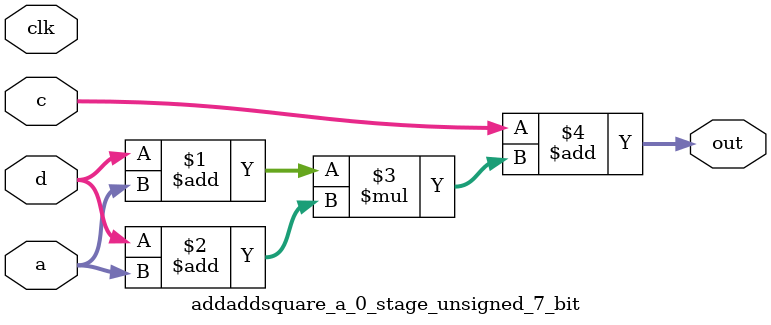
<source format=sv>
(* use_dsp = "yes" *) module addaddsquare_a_0_stage_unsigned_7_bit(
	input  [6:0] a,
	input  [6:0] c,
	input  [6:0] d,
	output [6:0] out,
	input clk);

	assign out = c + ((d + a) * (d + a));
endmodule

</source>
